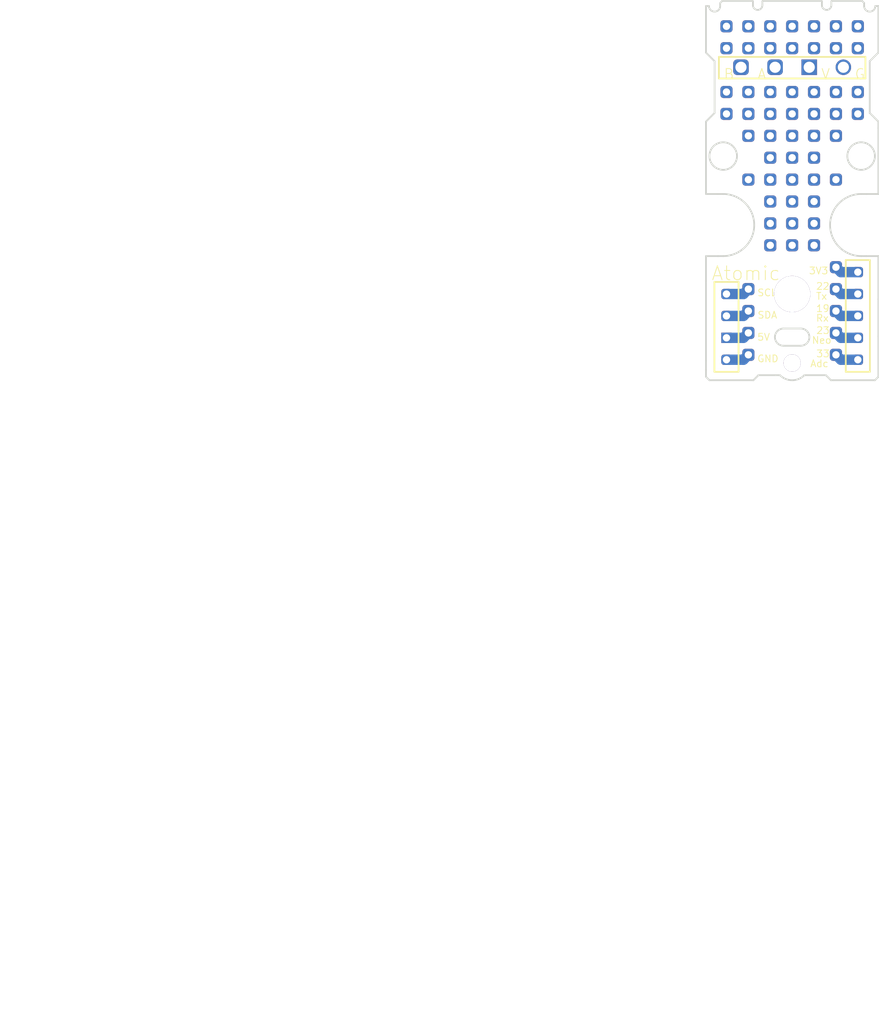
<source format=kicad_pcb>
(kicad_pcb (version 4) (host pcbnew "(2014-07-21 BZR 5016)-product")

  (general
    (links 0)
    (no_connects 0)
    (area 0 0 0 0)
    (thickness 1.6)
    (drawings 1)
    (tracks 0)
    (zones 0)
    (modules 42)
    (nets 78)
  )

  (page A4)
  (layers
    (0 F.Cu signal)

    (31 B.Cu signal)
    (32 B.Adhes user)
    (33 F.Adhes user)
    (34 B.Paste user)
    (35 F.Paste user)
    (36 B.SilkS user)
    (37 F.SilkS user)
    (38 B.Mask user)
    (39 F.Mask user)
    (40 Dwgs.User user)
    (41 Cmts.User user)
    (42 Eco1.User user)
    (43 Eco2.User user)
    (44 Edge.Cuts user)
    (45 Margin user)
    (46 B.CrtYd user)
    (47 F.CrtYd user)
    (48 B.Fab user)
    (49 F.Fab user)

  )

  (setup
    (last_trace_width 0.254)
    (trace_clearance 0.127)
    (zone_clearance 0.0144)
    (zone_45_only no)
    (trace_min 0.254)
    (segment_width 0.2)
    (edge_width 0.1)
    (via_size 0.889)
    (via_drill 0.635)
    (via_min_size 0.889)
    (via_min_drill 0.508)
    (uvia_size 0.508)
    (uvia_drill 0.127)
    (uvias_allowed no)
    (uvia_min_size 0.508)
    (uvia_min_drill 0.127)
    (pcb_text_width 0.3)
    (pcb_text_size 1.5 1.5)
    (mod_edge_width 0.15)
    (mod_text_size 1 1)
    (mod_text_width 0.15)
    (pad_size 1.5 1.5)
    (pad_drill 0.6)
    (pad_to_mask_clearance 0)
    (aux_axis_origin 0 0)
    (visible_elements 7FFFF77F)
    (pcbplotparams
      (layerselection 262143)
      (usegerberextensions false)
      (excludeedgelayer true)
      (linewidth 0.100000)
      (plotframeref false)
      (viasonmask false)
      (mode 1)
      (useauxorigin false)
      (hpglpennumber 1)
      (hpglpenspeed 20)
      (hpglpendiameter 15)
      (hpglpenoverlay 2)
      (psnegative false)
      (psa4output false)
      (plotreference true)
      (plotvalue true)
      (plotinvisibletext false)
      (padsonsilk false)
      (subtractmaskfromsilk false)
      (outputformat 1)
      (mirror false)
      (drillshape 0)
      (scaleselection 1)
      (outputdirectory "GerberOutput/"))
  )

  (net 0 "")
  (net 1 "Net1")
  (net 2 "EXT_EN")
  (net 3 "NetR15_1")
  (net 4 "NetR12_1")
  (net 5 "NetD10_1")
  (net 6 "NetD9_1")
  (net 7 "EXT_VDD")
  (net 8 "VUSB")
  (net 9 "VUSB_VCC")
  (net 10 "VESP_3V3")
  (net 11 "VBAT")
  (net 12 "USB_VBUS_1")
  (net 13 "USB_DP")
  (net 14 "USB_DM")
  (net 15 "USB_D_P")
  (net 16 "USB_D_N")
  (net 17 "USB_CC_2")
  (net 18 "USB_CC_1")
  (net 19 "RTC_VDD")
  (net 20 "PWR_KEY")
  (net 21 "OLED_VPP")
  (net 22 "OLED_EN")
  (net 23 "NetT12_1")
  (net 24 "NetT11_1")
  (net 25 "NetT10_1")
  (net 26 "NetT9_1")
  (net 27 "NetT8_1")
  (net 28 "NetT7_1")
  (net 29 "NetT6_1")
  (net 30 "NetR7_2")
  (net 31 "NetR5_2")
  (net 32 "NetR1_2")
  (net 33 "NetL2_2")
  (net 34 "NetC22_1")
  (net 35 "NetC16_1")
  (net 36 "NetC13_1")
  (net 37 "NetC12_1")
  (net 38 "NetC10_1")
  (net 39 "NetC9_1")
  (net 40 "NetC2_1")
  (net 41 "NetC1_1")
  (net 42 "NetBAT1_1")
  (net 43 "MIC_VCC")
  (net 44 "LP_VDD")
  (net 45 "IPSOUT")
  (net 46 "GPIO39")
  (net 47 "GPIO38")
  (net 48 "GPIO37")
  (net 49 "GPIO36")
  (net 50 "GPIO35")
  (net 51 "GPIO34")
  (net 52 "GPIO33")
  (net 53 "GPIO32")
  (net 54 "GPIO27")
  (net 55 "GPIO26")
  (net 56 "GPIO25")
  (net 57 "GPIO23")
  (net 58 "GPIO22")
  (net 59 "GPIO21")
  (net 60 "GPIO19")
  (net 61 "GPIO18")
  (net 62 "GPIO15")
  (net 63 "GPIO14")
  (net 64 "GPIO13")
  (net 65 "GPIO12")
  (net 66 "GPIO10")
  (net 67 "GPIO9")
  (net 68 "GPIO5")
  (net 69 "GPIO4")
  (net 70 "GPIO2")
  (net 71 "GPIO0")
  (net 72 "GND")
  (net 73 "ESP32_U0TXD")
  (net 74 "ESP32_U0RXD")
  (net 75 "ESP32_EN")
  (net 76 "CH552_VCC")
  (net 77 "AUX_VDD")

  
  (net_class Default "This is the default net class."
    (clearance 0.1524)
    (trace_width 0.254)
    (via_dia 0.889)
    (via_drill 0.635)
    (uvia_dia 0.508)
    (uvia_drill 0.127)
	(add_net Net1)
  )
  
 (module "DEFAULT" (layer F.Cu) (tedit 4289BEAB) (tstamp 539EEDBF)
    (at 0 0 )
    (path /539EEC0F)
    (attr smd)
	    (pad "" thru_hole circle (at 91.65600 -84.40000) (size 4.2 4.2)  (drill 4.2) 
      (layers *.Cu) 
    )
    (pad "" thru_hole roundrect (at 86.57600 -77.35000 180) (size 1.4 1.4)  (drill 0.85)  (roundrect_rratio 0.25) 
      (layers *.Cu) 
    )
    (pad "" thru_hole roundrect (at 96.73600 -77.35000 180) (size 1.4 1.4)  (drill 0.85)  (roundrect_rratio 0.25) 
      (layers *.Cu) 
    )
    (pad "" thru_hole roundrect (at 86.57600 -79.89000 180) (size 1.4 1.4)  (drill 0.85)  (roundrect_rratio 0.25) 
      (layers *.Cu) 
    )
    (pad "" thru_hole roundrect (at 96.73600 -79.89000 180) (size 1.4 1.4)  (drill 0.85)  (roundrect_rratio 0.25) 
      (layers *.Cu) 
    )
    (pad "" thru_hole roundrect (at 86.57600 -82.43000 180) (size 1.4 1.4)  (drill 0.85)  (roundrect_rratio 0.25) 
      (layers *.Cu) 
    )
    (pad "" thru_hole roundrect (at 96.73600 -82.43000 180) (size 1.4 1.4)  (drill 0.85)  (roundrect_rratio 0.25) 
      (layers *.Cu) 
    )
    (pad "" thru_hole roundrect (at 86.57600 -84.97000 180) (size 1.4 1.4)  (drill 0.85)  (roundrect_rratio 0.25) 
      (layers *.Cu) 
    )
    (pad "" thru_hole roundrect (at 96.73600 -84.97000 180) (size 1.4 1.4)  (drill 0.85)  (roundrect_rratio 0.25) 
      (layers *.Cu) 
    )
    (pad "" thru_hole roundrect (at 96.73600 -87.51000 180) (size 1.4 1.4)  (drill 0.85)  (roundrect_rratio 0.25) 
      (layers *.Cu) 
    )
    (pad "" thru_hole circle (at 91.65600 -76.40000) (size 2 2)  (drill 2) 
      (layers *.Cu) 
    )
    (pad "SCLG22" thru_hole roundrect (at 84.03600 -84.40000 180) (size 1.2 1.2)  (drill 0.85)  (roundrect_rratio 0.25) 
      (layers *.Cu) 
    )
    (pad "SDAG21" thru_hole roundrect (at 84.03600 -81.86000 180) (size 1.2 1.2)  (drill 0.85)  (roundrect_rratio 0.25) 
      (layers *.Cu) 
    )
    (pad "" thru_hole roundrect (at 99.27600 -76.78000) (size 1.2 1.2)  (drill 0.85)  (roundrect_rratio 0.25) 
      (layers *.Cu) 
    )
    (pad "" thru_hole roundrect (at 99.27600 -79.32000) (size 1.2 1.2)  (drill 0.85)  (roundrect_rratio 0.25) 
      (layers *.Cu) 
    )
    (pad "" thru_hole roundrect (at 99.27600 -81.86000) (size 1.2 1.2)  (drill 0.85)  (roundrect_rratio 0.25) 
      (layers *.Cu) 
    )
    (pad "" thru_hole roundrect (at 99.27600 -84.40000) (size 1.2 1.2)  (drill 0.85)  (roundrect_rratio 0.25) 
      (layers *.Cu) 
    )
    (pad "3V3" thru_hole roundrect (at 99.27600 -86.94000) (size 1.2 1.2)  (drill 0.85)  (roundrect_rratio 0.25) 
      (layers *.Cu) 
    )
    (pad "5V" thru_hole rect (at 84.03600 -79.32000 180) (size 1.2 1.2)  (drill 0.85) 
      (layers *.Cu) 
    )
    (pad "GND" thru_hole roundrect (at 84.03600 -76.78000 180) (size 1.2 1.2)  (drill 0.85)  (roundrect_rratio 0.25) 
      (layers *.Cu) 
    )
    (pad "" thru_hole roundrect (at 89.11600 -95.13000 180) (size 1.4 1.4)  (drill 0.85)  (roundrect_rratio 0.25) 
      (layers *.Cu) 
    )
    (pad "" thru_hole roundrect (at 89.11600 -92.59000 180) (size 1.4 1.4)  (drill 0.85)  (roundrect_rratio 0.25) 
      (layers *.Cu) 
    )
    (pad "" thru_hole roundrect (at 89.11600 -90.05000) (size 1.4 1.4)  (drill 0.85)  (roundrect_rratio 0.25) 
      (layers *.Cu) 
    )
    (pad "" thru_hole roundrect (at 86.57600 -112.91000) (size 1.4 1.4)  (drill 0.85)  (roundrect_rratio 0.25) 
      (layers *.Cu) 
    )
    (pad "" thru_hole roundrect (at 84.03600 -112.91000) (size 1.4 1.4)  (drill 0.85)  (roundrect_rratio 0.25) 
      (layers *.Cu) 
    )
    (pad "" thru_hole roundrect (at 91.65600 -90.05000 180) (size 1.4 1.4)  (drill 0.85)  (roundrect_rratio 0.25) 
      (layers *.Cu) 
    )
    (pad "" thru_hole roundrect (at 91.65600 -112.91000) (size 1.4 1.4)  (drill 0.85)  (roundrect_rratio 0.25) 
      (layers *.Cu) 
    )
    (pad "" thru_hole roundrect (at 89.11600 -112.91000) (size 1.4 1.4)  (drill 0.85)  (roundrect_rratio 0.25) 
      (layers *.Cu) 
    )
    (pad "" thru_hole roundrect (at 91.65600 -107.83000) (size 1.4 1.4)  (drill 0.85)  (roundrect_rratio 0.25) 
      (layers *.Cu) 
    )
    (pad "" thru_hole roundrect (at 89.11600 -107.83000) (size 1.4 1.4)  (drill 0.85)  (roundrect_rratio 0.25) 
      (layers *.Cu) 
    )
    (pad "" thru_hole roundrect (at 86.57600 -107.83000) (size 1.4 1.4)  (drill 0.85)  (roundrect_rratio 0.25) 
      (layers *.Cu) 
    )
    (pad "" thru_hole roundrect (at 84.03600 -107.83000) (size 1.4 1.4)  (drill 0.85)  (roundrect_rratio 0.25) 
      (layers *.Cu) 
    )
    (pad "" thru_hole roundrect (at 91.65600 -105.29000) (size 1.4 1.4)  (drill 0.85)  (roundrect_rratio 0.25) 
      (layers *.Cu) 
    )
    (pad "" thru_hole roundrect (at 89.11600 -105.29000) (size 1.4 1.4)  (drill 0.85)  (roundrect_rratio 0.25) 
      (layers *.Cu) 
    )
    (pad "" thru_hole roundrect (at 86.57600 -105.29000) (size 1.4 1.4)  (drill 0.85)  (roundrect_rratio 0.25) 
      (layers *.Cu) 
    )
    (pad "" thru_hole roundrect (at 84.03600 -105.29000) (size 1.4 1.4)  (drill 0.85)  (roundrect_rratio 0.25) 
      (layers *.Cu) 
    )
    (pad "" thru_hole roundrect (at 91.65600 -102.75000) (size 1.4 1.4)  (drill 0.85)  (roundrect_rratio 0.25) 
      (layers *.Cu) 
    )
    (pad "" thru_hole roundrect (at 89.11600 -102.75000) (size 1.4 1.4)  (drill 0.85)  (roundrect_rratio 0.25) 
      (layers *.Cu) 
    )
    (pad "" thru_hole roundrect (at 91.65600 -100.21000) (size 1.4 1.4)  (drill 0.85)  (roundrect_rratio 0.25) 
      (layers *.Cu) 
    )
    (pad "" thru_hole roundrect (at 89.11600 -100.21000) (size 1.4 1.4)  (drill 0.85)  (roundrect_rratio 0.25) 
      (layers *.Cu) 
    )
    (pad "" thru_hole roundrect (at 91.65600 -97.67000) (size 1.4 1.4)  (drill 0.85)  (roundrect_rratio 0.25) 
      (layers *.Cu) 
    )
    (pad "" thru_hole roundrect (at 89.11600 -97.67000) (size 1.4 1.4)  (drill 0.85)  (roundrect_rratio 0.25) 
      (layers *.Cu) 
    )
    (pad "" thru_hole roundrect (at 91.65600 -92.59000) (size 1.4 1.4)  (drill 0.85)  (roundrect_rratio 0.25) 
      (layers *.Cu) 
    )
    (pad "" thru_hole roundrect (at 91.65600 -95.13000) (size 1.4 1.4)  (drill 0.85)  (roundrect_rratio 0.25) 
      (layers *.Cu) 
    )
    (pad "" thru_hole roundrect (at 89.11600 -115.45000) (size 1.4 1.4)  (drill 0.85)  (roundrect_rratio 0.25) 
      (layers *.Cu) 
    )
    (pad "" thru_hole roundrect (at 91.65600 -115.45000) (size 1.4 1.4)  (drill 0.85)  (roundrect_rratio 0.25) 
      (layers *.Cu) 
    )
    (pad "" thru_hole roundrect (at 84.03600 -115.45000) (size 1.4 1.4)  (drill 0.85)  (roundrect_rratio 0.25) 
      (layers *.Cu) 
    )
    (pad "" thru_hole roundrect (at 86.57600 -115.45000) (size 1.4 1.4)  (drill 0.85)  (roundrect_rratio 0.25) 
      (layers *.Cu) 
    )
    (pad "" thru_hole roundrect (at 94.19600 -97.67000 180) (size 1.4 1.4)  (drill 0.85)  (roundrect_rratio 0.25) 
      (layers *.Cu) 
    )
    (pad "" thru_hole roundrect (at 94.19600 -100.21000 180) (size 1.4 1.4)  (drill 0.85)  (roundrect_rratio 0.25) 
      (layers *.Cu) 
    )
    (pad "" thru_hole roundrect (at 94.19600 -102.75000 180) (size 1.4 1.4)  (drill 0.85)  (roundrect_rratio 0.25) 
      (layers *.Cu) 
    )
    (pad "" thru_hole roundrect (at 99.27600 -105.29000 180) (size 1.4 1.4)  (drill 0.85)  (roundrect_rratio 0.25) 
      (layers *.Cu) 
    )
    (pad "" thru_hole roundrect (at 96.73600 -105.29000 180) (size 1.4 1.4)  (drill 0.85)  (roundrect_rratio 0.25) 
      (layers *.Cu) 
    )
    (pad "" thru_hole roundrect (at 94.19600 -105.29000 180) (size 1.4 1.4)  (drill 0.85)  (roundrect_rratio 0.25) 
      (layers *.Cu) 
    )
    (pad "" thru_hole roundrect (at 99.27600 -107.83000 180) (size 1.4 1.4)  (drill 0.85)  (roundrect_rratio 0.25) 
      (layers *.Cu) 
    )
    (pad "" thru_hole roundrect (at 96.73600 -107.83000 180) (size 1.4 1.4)  (drill 0.85)  (roundrect_rratio 0.25) 
      (layers *.Cu) 
    )
    (pad "" thru_hole roundrect (at 94.19600 -107.83000 180) (size 1.4 1.4)  (drill 0.85)  (roundrect_rratio 0.25) 
      (layers *.Cu) 
    )
    (pad "" thru_hole roundrect (at 94.19600 -112.91000 180) (size 1.4 1.4)  (drill 0.85)  (roundrect_rratio 0.25) 
      (layers *.Cu) 
    )
    (pad "" thru_hole roundrect (at 99.27600 -112.91000 180) (size 1.4 1.4)  (drill 0.85)  (roundrect_rratio 0.25) 
      (layers *.Cu) 
    )
    (pad "" thru_hole roundrect (at 96.73600 -112.91000 180) (size 1.4 1.4)  (drill 0.85)  (roundrect_rratio 0.25) 
      (layers *.Cu) 
    )
    (pad "" thru_hole roundrect (at 94.19600 -90.05000 180) (size 1.4 1.4)  (drill 0.85)  (roundrect_rratio 0.25) 
      (layers *.Cu) 
    )
    (pad "" thru_hole roundrect (at 94.19600 -92.59000) (size 1.4 1.4)  (drill 0.85)  (roundrect_rratio 0.25) 
      (layers *.Cu) 
    )
    (pad "" thru_hole roundrect (at 94.19600 -95.13000) (size 1.4 1.4)  (drill 0.85)  (roundrect_rratio 0.25) 
      (layers *.Cu) 
    )
    (pad "" thru_hole roundrect (at 96.73600 -115.45000 180) (size 1.4 1.4)  (drill 0.85)  (roundrect_rratio 0.25) 
      (layers *.Cu) 
    )
    (pad "" thru_hole roundrect (at 99.27600 -115.45000 180) (size 1.4 1.4)  (drill 0.85)  (roundrect_rratio 0.25) 
      (layers *.Cu) 
    )
    (pad "" thru_hole roundrect (at 94.19600 -115.45000 180) (size 1.4 1.4)  (drill 0.85)  (roundrect_rratio 0.25) 
      (layers *.Cu) 
    )
    (pad "G" thru_hole circle (at 97.59600 -110.70000 90) (size 1.8 1.8)  (drill 1.3) 
      (layers *.Cu) 
    )
    (pad "B" thru_hole roundrect (at 85.71600 -110.70000 90) (size 1.8 1.8)  (drill 1.3)  (roundrect_rratio 0.25) 
      (layers *.Cu) 
    )
    (pad "A" thru_hole roundrect (at 89.67600 -110.70000 90) (size 1.8 1.8)  (drill 1.3)  (roundrect_rratio 0.25) 
      (layers *.Cu) 
    )
    (pad "12V" thru_hole rect (at 93.63600 -110.70000 90) (size 1.8 1.8)  (drill 1.3) 
      (layers *.Cu) 
    )
    (pad "" thru_hole roundrect (at 86.57600 -102.75000) (size 1.4 1.4)  (drill 0.85)  (roundrect_rratio 0.25) 
      (layers *.Cu) 
    )
    (pad "" thru_hole roundrect (at 96.73600 -102.75000) (size 1.4 1.4)  (drill 0.85)  (roundrect_rratio 0.25) 
      (layers *.Cu) 
    )
    (pad "" thru_hole roundrect (at 86.57600 -97.67000) (size 1.4 1.4)  (drill 0.85)  (roundrect_rratio 0.25) 
      (layers *.Cu) 
    )
    (pad "" thru_hole roundrect (at 96.73600 -97.67000 180) (size 1.4 1.4)  (drill 0.85)  (roundrect_rratio 0.25) 
      (layers *.Cu) 
    )
    (pad "35" smd circle (at 91.65600 -76.40000) (size 3.9 3.9) 
      (layers F.Mask) 
    )
    (pad "35" smd circle (at 91.65600 -76.40000 180) (size 3.9 3.9) 
      (layers B.Mask) 
    )

  )
  (gr_arc (start 82.65600 -117.80000) (end 82.00600 -117.80000) (angle -180) (layer Edge.Cuts) (width 0.2))
  (gr_arc (start 83.65600 -92.40000) (end 83.65600 -88.80000) (angle -180) (layer Edge.Cuts) (width 0.2))
  (gr_arc (start 92.65600 -79.40000) (end 92.65600 -78.40000) (angle -180) (layer Edge.Cuts) (width 0.2))
  (gr_arc (start 90.65600 -79.40000) (end 90.65600 -80.40000) (angle -180) (layer Edge.Cuts) (width 0.2))
  (gr_arc (start 87.65600 -117.90000) (end 87.10600 -117.90000) (angle -180) (layer Edge.Cuts) (width 0.2))
  (gr_arc (start 91.65600 -76.40000) (end 90.24179 -74.98579) (angle -90) (layer Edge.Cuts) (width 0.2))
  (gr_arc (start 100.65600 -117.80000) (end 100.00600 -117.80000) (angle -180) (layer Edge.Cuts) (width 0.2))
  (gr_arc (start 95.65600 -117.90000) (end 95.10600 -117.90000) (angle -180) (layer Edge.Cuts) (width 0.2))
  (gr_arc (start 83.65600 -100.40000) (end 85.25600 -100.40000) (angle -360) (layer Edge.Cuts) (width 0.2))
  (gr_arc (start 99.65600 -100.40000) (end 101.25600 -100.40000) (angle -360) (layer Edge.Cuts) (width 0.2))
  (gr_arc (start 99.65600 -92.40000) (end 99.65600 -96.00000) (angle -180) (layer Edge.Cuts) (width 0.2))
  (gr_line (start 82.63600 -75.38000) (end 82.63600 -85.80000) (layer F.SilkS) (width 0.2))
  (gr_line (start 82.63600 -85.80000) (end 85.43600 -85.80000) (layer F.SilkS) (width 0.2))
  (gr_line (start 85.43600 -75.38000) (end 85.43600 -85.80000) (layer F.SilkS) (width 0.2))
  (gr_line (start 82.63600 -75.38000) (end 85.43600 -75.38000) (layer F.SilkS) (width 0.2))
  (gr_line (start 97.87600 -88.34000) (end 100.67600 -88.34000) (layer F.SilkS) (width 0.2))
  (gr_line (start 97.87600 -75.38000) (end 100.67600 -75.38000) (layer F.SilkS) (width 0.2))
  (gr_line (start 97.87600 -75.38000) (end 97.87600 -88.34000) (layer F.SilkS) (width 0.2))
  (gr_line (start 100.67600 -75.38000) (end 100.67600 -88.34000) (layer F.SilkS) (width 0.2))
  (gr_line (start 83.15600 -109.40000) (end 100.15600 -109.40000) (layer F.SilkS) (width 0.2))
  (gr_line (start 100.15600 -109.40000) (end 100.15600 -111.90000) (layer F.SilkS) (width 0.2))
  (gr_line (start 83.15600 -111.90000) (end 100.15600 -111.90000) (layer F.SilkS) (width 0.2))
  (gr_line (start 83.15600 -109.40000) (end 83.15600 -111.90000) (layer F.SilkS) (width 0.2))
  (gr_line (start 81.65600 -117.39999) (end 81.65600 -117.80000) (layer Edge.Cuts) (width 0.2))
  (gr_line (start 81.65600 -117.80000) (end 82.00600 -117.80000) (layer Edge.Cuts) (width 0.2))
  (gr_line (start 101.30600 -117.80000) (end 101.65600 -117.80000) (layer Edge.Cuts) (width 0.2))
  (gr_line (start 83.55600 -118.40000) (end 84.15600 -118.40000) (layer Edge.Cuts) (width 0.2))
  (gr_line (start 83.30600 -118.15000) (end 83.55600 -118.40000) (layer Edge.Cuts) (width 0.2))
  (gr_line (start 83.30600 -117.80000) (end 83.30600 -118.15000) (layer Edge.Cuts) (width 0.2))
  (gr_line (start 100.00600 -117.80000) (end 100.00600 -118.15000) (layer Edge.Cuts) (width 0.2))
  (gr_line (start 99.75600 -118.40000) (end 100.00600 -118.15000) (layer Edge.Cuts) (width 0.2))
  (gr_line (start 101.65600 -83.80000) (end 101.65600 -88.80000) (layer Edge.Cuts) (width 0.2))
  (gr_line (start 81.65600 -88.80000) (end 83.05600 -88.80000) (layer Edge.Cuts) (width 0.2))
  (gr_line (start 90.65600 -78.40000) (end 92.65600 -78.40000) (layer Edge.Cuts) (width 0.2))
  (gr_line (start 90.65600 -80.40000) (end 92.65600 -80.40000) (layer Edge.Cuts) (width 0.2))
  (gr_line (start 101.65600 -74.80000) (end 101.65600 -79.50000) (layer Edge.Cuts) (width 0.2))
  (gr_line (start 101.65600 -79.50000) (end 101.65600 -83.80000) (layer Edge.Cuts) (width 0.2))
  (gr_line (start 81.65600 -85.89000) (end 81.65600 -88.80000) (layer Edge.Cuts) (width 0.2))
  (gr_line (start 101.25600 -74.40000) (end 101.65600 -74.80000) (layer Edge.Cuts) (width 0.2))
  (gr_line (start 81.65600 -75.60000) (end 81.65600 -76.64280) (layer Edge.Cuts) (width 0.2))
  (gr_line (start 81.65600 -76.64280) (end 81.65600 -85.89000) (layer Edge.Cuts) (width 0.2))
  (gr_line (start 81.65600 -74.80000) (end 81.65600 -75.60000) (layer Edge.Cuts) (width 0.2))
  (gr_line (start 81.65600 -74.80000) (end 82.05600 -74.40000) (layer Edge.Cuts) (width 0.2))
  (gr_line (start 84.15600 -118.40000) (end 87.05600 -118.40000) (layer Edge.Cuts) (width 0.2))
  (gr_line (start 88.25600 -118.40000) (end 91.65600 -118.40000) (layer Edge.Cuts) (width 0.2))
  (gr_line (start 89.74178 -74.98578) (end 90.24179 -74.98578) (layer Edge.Cuts) (width 0.2))
  (gr_line (start 95.57022 -74.98578) (end 96.15600 -74.40000) (layer Edge.Cuts) (width 0.2))
  (gr_line (start 93.07021 -74.98578) (end 95.57022 -74.98578) (layer Edge.Cuts) (width 0.2))
  (gr_line (start 87.15600 -74.40000) (end 87.74178 -74.98578) (layer Edge.Cuts) (width 0.2))
  (gr_line (start 87.74178 -74.98578) (end 89.74178 -74.98578) (layer Edge.Cuts) (width 0.2))
  (gr_line (start 82.05600 -74.40000) (end 87.15600 -74.40000) (layer Edge.Cuts) (width 0.2))
  (gr_line (start 96.15600 -74.40000) (end 101.25600 -74.40000) (layer Edge.Cuts) (width 0.2))
  (gr_line (start 87.10600 -117.90000) (end 87.10600 -118.35000) (layer Edge.Cuts) (width 0.2))
  (gr_line (start 87.05600 -118.40000) (end 87.10600 -118.35000) (layer Edge.Cuts) (width 0.2))
  (gr_line (start 88.20600 -117.90000) (end 88.20600 -118.35000) (layer Edge.Cuts) (width 0.2))
  (gr_line (start 88.20600 -118.35000) (end 88.25600 -118.40000) (layer Edge.Cuts) (width 0.2))
  (gr_line (start 83.05600 -88.80000) (end 83.65600 -88.80000) (layer Edge.Cuts) (width 0.2))
  (gr_line (start 99.65600 -88.80000) (end 100.25600 -88.80000) (layer Edge.Cuts) (width 0.2))
  (gr_line (start 95.05600 -118.40000) (end 95.10600 -118.35000) (layer Edge.Cuts) (width 0.2))
  (gr_line (start 95.10600 -117.90000) (end 95.10600 -118.35000) (layer Edge.Cuts) (width 0.2))
  (gr_line (start 96.20600 -118.35000) (end 96.25600 -118.40000) (layer Edge.Cuts) (width 0.2))
  (gr_line (start 96.20600 -117.90000) (end 96.20600 -118.35000) (layer Edge.Cuts) (width 0.2))
  (gr_line (start 99.15600 -118.40000) (end 99.75600 -118.40000) (layer Edge.Cuts) (width 0.2))
  (gr_line (start 91.65600 -118.40000) (end 95.05600 -118.40000) (layer Edge.Cuts) (width 0.2))
  (gr_line (start 96.25600 -118.40000) (end 99.15600 -118.40000) (layer Edge.Cuts) (width 0.2))
  (gr_line (start 100.25600 -88.80000) (end 101.65600 -88.80000) (layer Edge.Cuts) (width 0.2))
  (gr_line (start 81.65600 -112.40000) (end 82.65600 -111.40000) (layer Edge.Cuts) (width 0.2))
  (gr_line (start 82.65600 -105.39999) (end 82.65600 -111.40000) (layer Edge.Cuts) (width 0.2))
  (gr_line (start 81.65600 -104.39999) (end 82.65600 -105.39999) (layer Edge.Cuts) (width 0.2))
  (gr_line (start 81.65600 -103.65000) (end 81.65600 -104.39999) (layer Edge.Cuts) (width 0.2))
  (gr_line (start 81.65600 -112.40000) (end 81.65600 -117.39999) (layer Edge.Cuts) (width 0.2))
  (gr_line (start 101.65600 -112.40000) (end 101.65600 -117.80000) (layer Edge.Cuts) (width 0.2))
  (gr_line (start 101.65600 -103.65000) (end 101.65600 -104.39999) (layer Edge.Cuts) (width 0.2))
  (gr_line (start 100.65600 -105.39999) (end 101.65600 -104.39999) (layer Edge.Cuts) (width 0.2))
  (gr_line (start 100.65600 -105.39999) (end 100.65600 -111.40000) (layer Edge.Cuts) (width 0.2))
  (gr_line (start 100.65600 -111.40000) (end 101.65600 -112.40000) (layer Edge.Cuts) (width 0.2))
  (gr_line (start 83.05600 -96.00000) (end 83.65600 -96.00000) (layer Edge.Cuts) (width 0.2))
  (gr_line (start 81.65600 -96.00000) (end 83.05600 -96.00000) (layer Edge.Cuts) (width 0.2))
  (gr_line (start 81.65600 -96.00000) (end 81.65600 -103.65000) (layer Edge.Cuts) (width 0.2))
  (gr_line (start 101.65600 -96.00000) (end 101.65600 -103.65000) (layer Edge.Cuts) (width 0.2))
  (gr_line (start 100.25600 -96.00000) (end 101.65600 -96.00000) (layer Edge.Cuts) (width 0.2))
  (gr_line (start 99.65600 -96.00000) (end 100.25600 -96.00000) (layer Edge.Cuts) (width 0.2))
  (segment (start 96.73600 -87.51000) (end 97.30600 -86.94000) (width 1.2) (layer B.Cu) (net 1))
  (segment (start 97.30600 -86.94000) (end 99.27600 -86.94000) (width 1.2) (layer B.Cu) (net 1))
  (segment (start 96.73600 -84.97000) (end 97.30600 -84.40000) (width 1.2) (layer B.Cu) (net 1))
  (segment (start 97.30600 -84.40000) (end 99.27600 -84.40000) (width 1.2) (layer B.Cu) (net 1))
  (segment (start 96.73600 -82.40000) (end 97.27600 -81.86000) (width 1.2) (layer B.Cu) (net 1))
  (segment (start 97.27600 -81.86000) (end 99.27600 -81.86000) (width 1.2) (layer B.Cu) (net 1))
  (segment (start 96.73600 -79.89000) (end 97.30600 -79.32000) (width 1.2) (layer B.Cu) (net 1))
  (segment (start 97.30600 -79.32000) (end 99.27600 -79.32000) (width 1.2) (layer B.Cu) (net 1))
  (segment (start 96.73600 -77.35000) (end 97.30600 -76.78000) (width 1.2) (layer B.Cu) (net 1))
  (segment (start 97.30600 -76.78000) (end 99.27600 -76.78000) (width 1.2) (layer B.Cu) (net 1))
  (segment (start 86.00600 -84.40000) (end 86.57600 -84.97000) (width 1.2) (layer B.Cu) (net 1))
  (segment (start 84.03600 -84.40000) (end 86.00600 -84.40000) (width 1.2) (layer B.Cu) (net 1))
  (segment (start 86.00600 -81.86000) (end 86.57600 -82.43000) (width 1.2) (layer B.Cu) (net 1))
  (segment (start 84.03600 -81.86000) (end 86.00600 -81.86000) (width 1.2) (layer B.Cu) (net 1))
  (segment (start 86.00600 -79.32000) (end 86.57600 -79.89000) (width 1.2) (layer B.Cu) (net 1))
  (segment (start 84.03600 -79.32000) (end 86.00600 -79.32000) (width 1.2) (layer B.Cu) (net 1))
  (segment (start 86.00600 -76.78000) (end 86.57600 -77.35000) (width 1.2) (layer B.Cu) (net 1))
  (segment (start 84.03600 -76.78000) (end 86.00600 -76.78000) (width 1.2) (layer B.Cu) (net 1))
 (gr_text "GND" (at 87.55600 -76.90000 360) (layer F.SilkS)
    (effects (font (size 0.8 0.8) (thickness 0.1)) (justify left))
  )
 (gr_text "5V" (at 87.55600 -79.40000 360) (layer F.SilkS)
    (effects (font (size 0.8 0.8) (thickness 0.1)) (justify left))
  )
 (gr_text "SDA" (at 87.59200 -81.96160 360) (layer F.SilkS)
    (effects (font (size 0.8 0.8) (thickness 0.1)) (justify left))
  )
 (gr_text "SCL" (at 87.56660 -84.55240 360) (layer F.SilkS)
    (effects (font (size 0.8 0.8) (thickness 0.1)) (justify left))
  )
 (gr_text "3V3" (at 93.55600 -87.10000 360) (layer F.SilkS)
    (effects (font (size 0.8 0.8) (thickness 0.1)) (justify left))
  )
 (gr_text "22" (at 94.38100 -85.30000 360) (layer F.SilkS)
    (effects (font (size 0.8 0.8) (thickness 0.1)) (justify left))
  )
 (gr_text "19" (at 94.38100 -82.72500 360) (layer F.SilkS)
    (effects (font (size 0.8 0.8) (thickness 0.1)) (justify left))
  )
 (gr_text "23" (at 94.40600 -80.17500 360) (layer F.SilkS)
    (effects (font (size 0.8 0.8) (thickness 0.1)) (justify left))
  )
 (gr_text "33" (at 94.40600 -77.47500 360) (layer F.SilkS)
    (effects (font (size 0.8 0.8) (thickness 0.1)) (justify left))
  )
 (gr_text "Tx" (at 94.37380 -84.14600 360) (layer F.SilkS)
    (effects (font (size 0.8 0.8) (thickness 0.1)) (justify left))
  )
 (gr_text "Rx" (at 94.37380 -81.60600 360) (layer F.SilkS)
    (effects (font (size 0.8 0.8) (thickness 0.1)) (justify left))
  )
 (gr_text "Neo" (at 93.89120 -79.04060 360) (layer F.SilkS)
    (effects (font (size 0.8 0.8) (thickness 0.1)) (justify left))
  )
 (gr_text "Adc" (at 93.70600 -76.32500 360) (layer F.SilkS)
    (effects (font (size 0.8 0.8) (thickness 0.1)) (justify left))
  )
 (gr_text "B" (at 83.65600 -109.90000 360) (layer F.SilkS)
    (effects (font (size 1.2 1.2) (thickness 0.1)) (justify left))
  )
 (gr_text "A" (at 87.55600 -109.90000 360) (layer F.SilkS)
    (effects (font (size 1.2 1.2) (thickness 0.1)) (justify left))
  )
 (gr_text "V" (at 94.95600 -109.90000 360) (layer F.SilkS)
    (effects (font (size 1.2 1.2) (thickness 0.1)) (justify left))
  )
 (gr_text "G" (at 98.85600 -109.90000 360) (layer F.SilkS)
    (effects (font (size 1.2 1.2) (thickness 0.1)) (justify left))
  )
 (gr_text "Atomic" (at 82.23100 -86.80000 360) (layer F.SilkS)
    (effects (font (size 1.6 1.6) (thickness 0.1)) (justify left))
  )
)

</source>
